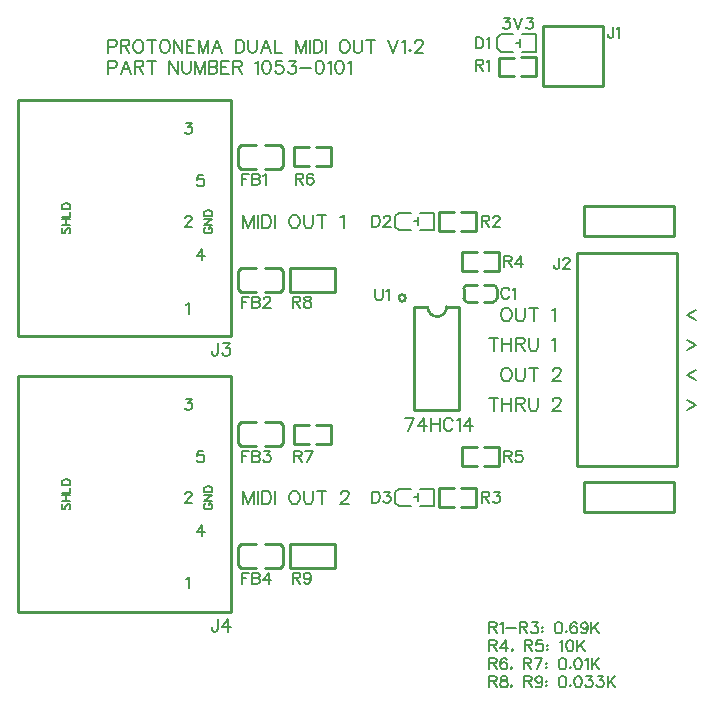
<source format=gto>
G04 Layer: TopSilkscreenLayer*
G04 Panelize: V-CUT, Column: 2, Row: 2, Board Size: 58.42mm x 58.42mm, Panelized Board Size: 118.84mm x 118.84mm*
G04 EasyEDA v6.5.32, 2023-07-30 20:53:33*
G04 c3515dc738d34e5298cd013e7790fecd,5a6b42c53f6a479593ecc07194224c93,10*
G04 Gerber Generator version 0.2*
G04 Scale: 100 percent, Rotated: No, Reflected: No *
G04 Dimensions in millimeters *
G04 leading zeros omitted , absolute positions ,4 integer and 5 decimal *
%FSLAX45Y45*%
%MOMM*%

%ADD10C,0.1524*%
%ADD11C,0.1520*%
%ADD12C,0.2540*%
%ADD13C,0.1500*%
%ADD14C,0.2286*%
%ADD15C,0.0148*%

%LPD*%
D10*
X762000Y5423915D02*
G01*
X762000Y5314950D01*
X762000Y5423915D02*
G01*
X808736Y5423915D01*
X824229Y5418836D01*
X829563Y5413502D01*
X834644Y5403087D01*
X834644Y5387594D01*
X829563Y5377179D01*
X824229Y5372100D01*
X808736Y5366765D01*
X762000Y5366765D01*
X910589Y5423915D02*
G01*
X868934Y5314950D01*
X910589Y5423915D02*
G01*
X952245Y5314950D01*
X884681Y5351271D02*
G01*
X936497Y5351271D01*
X986536Y5423915D02*
G01*
X986536Y5314950D01*
X986536Y5423915D02*
G01*
X1033271Y5423915D01*
X1048765Y5418836D01*
X1054100Y5413502D01*
X1059179Y5403087D01*
X1059179Y5392673D01*
X1054100Y5382260D01*
X1048765Y5377179D01*
X1033271Y5372100D01*
X986536Y5372100D01*
X1022857Y5372100D02*
G01*
X1059179Y5314950D01*
X1129792Y5423915D02*
G01*
X1129792Y5314950D01*
X1093470Y5423915D02*
G01*
X1166113Y5423915D01*
X1280413Y5423915D02*
G01*
X1280413Y5314950D01*
X1280413Y5423915D02*
G01*
X1353312Y5314950D01*
X1353312Y5423915D02*
G01*
X1353312Y5314950D01*
X1387602Y5423915D02*
G01*
X1387602Y5345937D01*
X1392681Y5330444D01*
X1403095Y5320029D01*
X1418589Y5314950D01*
X1429004Y5314950D01*
X1444752Y5320029D01*
X1455165Y5330444D01*
X1460245Y5345937D01*
X1460245Y5423915D01*
X1494536Y5423915D02*
G01*
X1494536Y5314950D01*
X1494536Y5423915D02*
G01*
X1536192Y5314950D01*
X1577594Y5423915D02*
G01*
X1536192Y5314950D01*
X1577594Y5423915D02*
G01*
X1577594Y5314950D01*
X1611884Y5423915D02*
G01*
X1611884Y5314950D01*
X1611884Y5423915D02*
G01*
X1658620Y5423915D01*
X1674368Y5418836D01*
X1679447Y5413502D01*
X1684781Y5403087D01*
X1684781Y5392673D01*
X1679447Y5382260D01*
X1674368Y5377179D01*
X1658620Y5372100D01*
X1611884Y5372100D02*
G01*
X1658620Y5372100D01*
X1674368Y5366765D01*
X1679447Y5361686D01*
X1684781Y5351271D01*
X1684781Y5335523D01*
X1679447Y5325110D01*
X1674368Y5320029D01*
X1658620Y5314950D01*
X1611884Y5314950D01*
X1719071Y5423915D02*
G01*
X1719071Y5314950D01*
X1719071Y5423915D02*
G01*
X1786636Y5423915D01*
X1719071Y5372100D02*
G01*
X1760473Y5372100D01*
X1719071Y5314950D02*
G01*
X1786636Y5314950D01*
X1820926Y5423915D02*
G01*
X1820926Y5314950D01*
X1820926Y5423915D02*
G01*
X1867662Y5423915D01*
X1883155Y5418836D01*
X1888489Y5413502D01*
X1893570Y5403087D01*
X1893570Y5392673D01*
X1888489Y5382260D01*
X1883155Y5377179D01*
X1867662Y5372100D01*
X1820926Y5372100D01*
X1857247Y5372100D02*
G01*
X1893570Y5314950D01*
X2007870Y5403087D02*
G01*
X2018284Y5408421D01*
X2033777Y5423915D01*
X2033777Y5314950D01*
X2099309Y5423915D02*
G01*
X2083815Y5418836D01*
X2073402Y5403087D01*
X2068068Y5377179D01*
X2068068Y5361686D01*
X2073402Y5335523D01*
X2083815Y5320029D01*
X2099309Y5314950D01*
X2109724Y5314950D01*
X2125218Y5320029D01*
X2135631Y5335523D01*
X2140965Y5361686D01*
X2140965Y5377179D01*
X2135631Y5403087D01*
X2125218Y5418836D01*
X2109724Y5423915D01*
X2099309Y5423915D01*
X2237486Y5423915D02*
G01*
X2185670Y5423915D01*
X2180336Y5377179D01*
X2185670Y5382260D01*
X2201163Y5387594D01*
X2216658Y5387594D01*
X2232406Y5382260D01*
X2242820Y5372100D01*
X2247900Y5356352D01*
X2247900Y5345937D01*
X2242820Y5330444D01*
X2232406Y5320029D01*
X2216658Y5314950D01*
X2201163Y5314950D01*
X2185670Y5320029D01*
X2180336Y5325110D01*
X2175256Y5335523D01*
X2292604Y5423915D02*
G01*
X2349754Y5423915D01*
X2318511Y5382260D01*
X2334259Y5382260D01*
X2344420Y5377179D01*
X2349754Y5372100D01*
X2354834Y5356352D01*
X2354834Y5345937D01*
X2349754Y5330444D01*
X2339340Y5320029D01*
X2323845Y5314950D01*
X2308097Y5314950D01*
X2292604Y5320029D01*
X2287270Y5325110D01*
X2282190Y5335523D01*
X2389124Y5361686D02*
G01*
X2482850Y5361686D01*
X2548127Y5423915D02*
G01*
X2532634Y5418836D01*
X2522220Y5403087D01*
X2517140Y5377179D01*
X2517140Y5361686D01*
X2522220Y5335523D01*
X2532634Y5320029D01*
X2548127Y5314950D01*
X2558541Y5314950D01*
X2574290Y5320029D01*
X2584450Y5335523D01*
X2589784Y5361686D01*
X2589784Y5377179D01*
X2584450Y5403087D01*
X2574290Y5418836D01*
X2558541Y5423915D01*
X2548127Y5423915D01*
X2624074Y5403087D02*
G01*
X2634488Y5408421D01*
X2649981Y5423915D01*
X2649981Y5314950D01*
X2715513Y5423915D02*
G01*
X2700020Y5418836D01*
X2689606Y5403087D01*
X2684272Y5377179D01*
X2684272Y5361686D01*
X2689606Y5335523D01*
X2700020Y5320029D01*
X2715513Y5314950D01*
X2725927Y5314950D01*
X2741422Y5320029D01*
X2751836Y5335523D01*
X2757170Y5361686D01*
X2757170Y5377179D01*
X2751836Y5403087D01*
X2741422Y5418836D01*
X2725927Y5423915D01*
X2715513Y5423915D01*
X2791459Y5403087D02*
G01*
X2801620Y5408421D01*
X2817368Y5423915D01*
X2817368Y5314950D01*
X762000Y5601715D02*
G01*
X762000Y5492750D01*
X762000Y5601715D02*
G01*
X808736Y5601715D01*
X824229Y5596636D01*
X829563Y5591302D01*
X834644Y5580887D01*
X834644Y5565394D01*
X829563Y5554979D01*
X824229Y5549900D01*
X808736Y5544565D01*
X762000Y5544565D01*
X868934Y5601715D02*
G01*
X868934Y5492750D01*
X868934Y5601715D02*
G01*
X915670Y5601715D01*
X931418Y5596636D01*
X936497Y5591302D01*
X941831Y5580887D01*
X941831Y5570473D01*
X936497Y5560060D01*
X931418Y5554979D01*
X915670Y5549900D01*
X868934Y5549900D01*
X905510Y5549900D02*
G01*
X941831Y5492750D01*
X1007110Y5601715D02*
G01*
X996950Y5596636D01*
X986536Y5586221D01*
X981202Y5575807D01*
X976121Y5560060D01*
X976121Y5534152D01*
X981202Y5518657D01*
X986536Y5508244D01*
X996950Y5497829D01*
X1007110Y5492750D01*
X1027937Y5492750D01*
X1038352Y5497829D01*
X1048765Y5508244D01*
X1054100Y5518657D01*
X1059179Y5534152D01*
X1059179Y5560060D01*
X1054100Y5575807D01*
X1048765Y5586221D01*
X1038352Y5596636D01*
X1027937Y5601715D01*
X1007110Y5601715D01*
X1129792Y5601715D02*
G01*
X1129792Y5492750D01*
X1093470Y5601715D02*
G01*
X1166113Y5601715D01*
X1231645Y5601715D02*
G01*
X1221231Y5596636D01*
X1210818Y5586221D01*
X1205737Y5575807D01*
X1200404Y5560060D01*
X1200404Y5534152D01*
X1205737Y5518657D01*
X1210818Y5508244D01*
X1221231Y5497829D01*
X1231645Y5492750D01*
X1252473Y5492750D01*
X1262887Y5497829D01*
X1273302Y5508244D01*
X1278381Y5518657D01*
X1283715Y5534152D01*
X1283715Y5560060D01*
X1278381Y5575807D01*
X1273302Y5586221D01*
X1262887Y5596636D01*
X1252473Y5601715D01*
X1231645Y5601715D01*
X1318005Y5601715D02*
G01*
X1318005Y5492750D01*
X1318005Y5601715D02*
G01*
X1390650Y5492750D01*
X1390650Y5601715D02*
G01*
X1390650Y5492750D01*
X1424939Y5601715D02*
G01*
X1424939Y5492750D01*
X1424939Y5601715D02*
G01*
X1492504Y5601715D01*
X1424939Y5549900D02*
G01*
X1466595Y5549900D01*
X1424939Y5492750D02*
G01*
X1492504Y5492750D01*
X1526794Y5601715D02*
G01*
X1526794Y5492750D01*
X1526794Y5601715D02*
G01*
X1568450Y5492750D01*
X1609852Y5601715D02*
G01*
X1568450Y5492750D01*
X1609852Y5601715D02*
G01*
X1609852Y5492750D01*
X1685797Y5601715D02*
G01*
X1644142Y5492750D01*
X1685797Y5601715D02*
G01*
X1727200Y5492750D01*
X1659889Y5529071D02*
G01*
X1711705Y5529071D01*
X1841500Y5601715D02*
G01*
X1841500Y5492750D01*
X1841500Y5601715D02*
G01*
X1878076Y5601715D01*
X1893570Y5596636D01*
X1903984Y5586221D01*
X1909063Y5575807D01*
X1914397Y5560060D01*
X1914397Y5534152D01*
X1909063Y5518657D01*
X1903984Y5508244D01*
X1893570Y5497829D01*
X1878076Y5492750D01*
X1841500Y5492750D01*
X1948688Y5601715D02*
G01*
X1948688Y5523737D01*
X1953768Y5508244D01*
X1964181Y5497829D01*
X1979929Y5492750D01*
X1990090Y5492750D01*
X2005838Y5497829D01*
X2016252Y5508244D01*
X2021331Y5523737D01*
X2021331Y5601715D01*
X2097277Y5601715D02*
G01*
X2055622Y5492750D01*
X2097277Y5601715D02*
G01*
X2138679Y5492750D01*
X2071370Y5529071D02*
G01*
X2123186Y5529071D01*
X2172970Y5601715D02*
G01*
X2172970Y5492750D01*
X2172970Y5492750D02*
G01*
X2235454Y5492750D01*
X2349754Y5601715D02*
G01*
X2349754Y5492750D01*
X2349754Y5601715D02*
G01*
X2391409Y5492750D01*
X2432811Y5601715D02*
G01*
X2391409Y5492750D01*
X2432811Y5601715D02*
G01*
X2432811Y5492750D01*
X2467102Y5601715D02*
G01*
X2467102Y5492750D01*
X2501391Y5601715D02*
G01*
X2501391Y5492750D01*
X2501391Y5601715D02*
G01*
X2537713Y5601715D01*
X2553461Y5596636D01*
X2563875Y5586221D01*
X2568956Y5575807D01*
X2574290Y5560060D01*
X2574290Y5534152D01*
X2568956Y5518657D01*
X2563875Y5508244D01*
X2553461Y5497829D01*
X2537713Y5492750D01*
X2501391Y5492750D01*
X2608579Y5601715D02*
G01*
X2608579Y5492750D01*
X2753868Y5601715D02*
G01*
X2743454Y5596636D01*
X2733040Y5586221D01*
X2727959Y5575807D01*
X2722879Y5560060D01*
X2722879Y5534152D01*
X2727959Y5518657D01*
X2733040Y5508244D01*
X2743454Y5497829D01*
X2753868Y5492750D01*
X2774695Y5492750D01*
X2785109Y5497829D01*
X2795524Y5508244D01*
X2800604Y5518657D01*
X2805938Y5534152D01*
X2805938Y5560060D01*
X2800604Y5575807D01*
X2795524Y5586221D01*
X2785109Y5596636D01*
X2774695Y5601715D01*
X2753868Y5601715D01*
X2840227Y5601715D02*
G01*
X2840227Y5523737D01*
X2845308Y5508244D01*
X2855722Y5497829D01*
X2871470Y5492750D01*
X2881629Y5492750D01*
X2897377Y5497829D01*
X2907791Y5508244D01*
X2912872Y5523737D01*
X2912872Y5601715D01*
X2983484Y5601715D02*
G01*
X2983484Y5492750D01*
X2947161Y5601715D02*
G01*
X3020059Y5601715D01*
X3134359Y5601715D02*
G01*
X3175761Y5492750D01*
X3217418Y5601715D02*
G01*
X3175761Y5492750D01*
X3251708Y5580887D02*
G01*
X3262122Y5586221D01*
X3277615Y5601715D01*
X3277615Y5492750D01*
X3317240Y5518657D02*
G01*
X3311906Y5513323D01*
X3317240Y5508244D01*
X3322320Y5513323D01*
X3317240Y5518657D01*
X3361690Y5575807D02*
G01*
X3361690Y5580887D01*
X3367024Y5591302D01*
X3372104Y5596636D01*
X3382518Y5601715D01*
X3403345Y5601715D01*
X3413759Y5596636D01*
X3418840Y5591302D01*
X3424174Y5580887D01*
X3424174Y5570473D01*
X3418840Y5560060D01*
X3408679Y5544565D01*
X3356609Y5492750D01*
X3429254Y5492750D01*
X4122158Y2826252D02*
G01*
X4111236Y2820664D01*
X4100314Y2809742D01*
X4094726Y2798820D01*
X4089392Y2782564D01*
X4089392Y2755386D01*
X4094726Y2738876D01*
X4100314Y2727954D01*
X4111236Y2717032D01*
X4122158Y2711698D01*
X4144002Y2711698D01*
X4154924Y2717032D01*
X4165846Y2727954D01*
X4171180Y2738876D01*
X4176768Y2755386D01*
X4176768Y2782564D01*
X4171180Y2798820D01*
X4165846Y2809742D01*
X4154924Y2820664D01*
X4144002Y2826252D01*
X4122158Y2826252D01*
X4212582Y2826252D02*
G01*
X4212582Y2744464D01*
X4218170Y2727954D01*
X4229092Y2717032D01*
X4245348Y2711698D01*
X4256270Y2711698D01*
X4272780Y2717032D01*
X4283448Y2727954D01*
X4289036Y2744464D01*
X4289036Y2826252D01*
X4363204Y2826252D02*
G01*
X4363204Y2711698D01*
X4325104Y2826252D02*
G01*
X4401304Y2826252D01*
X4526780Y2798820D02*
G01*
X4526780Y2804408D01*
X4532368Y2815330D01*
X4537702Y2820664D01*
X4548624Y2826252D01*
X4570468Y2826252D01*
X4581390Y2820664D01*
X4586724Y2815330D01*
X4592312Y2804408D01*
X4592312Y2793486D01*
X4586724Y2782564D01*
X4576056Y2766308D01*
X4521446Y2711698D01*
X4597646Y2711698D01*
X4025892Y3080252D02*
G01*
X4025892Y2965698D01*
X3987792Y3080252D02*
G01*
X4064246Y3080252D01*
X4100060Y3080252D02*
G01*
X4100060Y2965698D01*
X4176514Y3080252D02*
G01*
X4176514Y2965698D01*
X4100060Y3025642D02*
G01*
X4176514Y3025642D01*
X4212582Y3080252D02*
G01*
X4212582Y2965698D01*
X4212582Y3080252D02*
G01*
X4261604Y3080252D01*
X4277860Y3074664D01*
X4283448Y3069330D01*
X4288782Y3058408D01*
X4288782Y3047486D01*
X4283448Y3036564D01*
X4277860Y3030976D01*
X4261604Y3025642D01*
X4212582Y3025642D01*
X4250682Y3025642D02*
G01*
X4288782Y2965698D01*
X4324850Y3080252D02*
G01*
X4324850Y2998464D01*
X4330438Y2981954D01*
X4341360Y2971032D01*
X4357616Y2965698D01*
X4368538Y2965698D01*
X4384794Y2971032D01*
X4395716Y2981954D01*
X4401304Y2998464D01*
X4401304Y3080252D01*
X4521192Y3058408D02*
G01*
X4532114Y3063742D01*
X4548624Y3080252D01*
X4548624Y2965698D01*
X4025900Y2572257D02*
G01*
X4025900Y2457704D01*
X3987800Y2572257D02*
G01*
X4064254Y2572257D01*
X4100068Y2572257D02*
G01*
X4100068Y2457704D01*
X4176522Y2572257D02*
G01*
X4176522Y2457704D01*
X4100068Y2517647D02*
G01*
X4176522Y2517647D01*
X4212590Y2572257D02*
G01*
X4212590Y2457704D01*
X4212590Y2572257D02*
G01*
X4261611Y2572257D01*
X4277868Y2566670D01*
X4283456Y2561336D01*
X4288790Y2550413D01*
X4288790Y2539492D01*
X4283456Y2528570D01*
X4277868Y2522981D01*
X4261611Y2517647D01*
X4212590Y2517647D01*
X4250690Y2517647D02*
G01*
X4288790Y2457704D01*
X4324858Y2572257D02*
G01*
X4324858Y2490470D01*
X4330445Y2473960D01*
X4341368Y2463037D01*
X4357624Y2457704D01*
X4368545Y2457704D01*
X4384802Y2463037D01*
X4395724Y2473960D01*
X4401311Y2490470D01*
X4401311Y2572257D01*
X4526788Y2544826D02*
G01*
X4526788Y2550413D01*
X4532122Y2561336D01*
X4537709Y2566670D01*
X4548631Y2572257D01*
X4570222Y2572257D01*
X4581143Y2566670D01*
X4586731Y2561336D01*
X4592065Y2550413D01*
X4592065Y2539492D01*
X4586731Y2528570D01*
X4575809Y2512313D01*
X4521200Y2457704D01*
X4597654Y2457704D01*
X4122158Y3334250D02*
G01*
X4111236Y3328662D01*
X4100314Y3317740D01*
X4094726Y3306818D01*
X4089392Y3290562D01*
X4089392Y3263384D01*
X4094726Y3246874D01*
X4100314Y3235952D01*
X4111236Y3225030D01*
X4122158Y3219696D01*
X4144002Y3219696D01*
X4154924Y3225030D01*
X4165846Y3235952D01*
X4171180Y3246874D01*
X4176768Y3263384D01*
X4176768Y3290562D01*
X4171180Y3306818D01*
X4165846Y3317740D01*
X4154924Y3328662D01*
X4144002Y3334250D01*
X4122158Y3334250D01*
X4212582Y3334250D02*
G01*
X4212582Y3252462D01*
X4218170Y3235952D01*
X4229092Y3225030D01*
X4245348Y3219696D01*
X4256270Y3219696D01*
X4272780Y3225030D01*
X4283448Y3235952D01*
X4289036Y3252462D01*
X4289036Y3334250D01*
X4363204Y3334250D02*
G01*
X4363204Y3219696D01*
X4325104Y3334250D02*
G01*
X4401304Y3334250D01*
X4521446Y3312406D02*
G01*
X4532368Y3317740D01*
X4548624Y3334250D01*
X4548624Y3219696D01*
X4579355Y3758455D02*
G01*
X4579355Y3685811D01*
X4574783Y3672095D01*
X4570211Y3667523D01*
X4561067Y3662951D01*
X4552177Y3662951D01*
X4543033Y3667523D01*
X4538461Y3672095D01*
X4533889Y3685811D01*
X4533889Y3694955D01*
X4613899Y3735849D02*
G01*
X4613899Y3740421D01*
X4618471Y3749311D01*
X4623043Y3753883D01*
X4632187Y3758455D01*
X4650221Y3758455D01*
X4659365Y3753883D01*
X4663937Y3749311D01*
X4668509Y3740421D01*
X4668509Y3731277D01*
X4663937Y3722133D01*
X4654793Y3708417D01*
X4609327Y3662951D01*
X4673081Y3662951D01*
X4111243Y5790437D02*
G01*
X4161281Y5790437D01*
X4133850Y5754115D01*
X4147565Y5754115D01*
X4156709Y5749544D01*
X4161281Y5744971D01*
X4165854Y5731510D01*
X4165854Y5722365D01*
X4161281Y5708650D01*
X4152138Y5699505D01*
X4138422Y5694934D01*
X4124706Y5694934D01*
X4111243Y5699505D01*
X4106672Y5704078D01*
X4102100Y5713221D01*
X4195825Y5790437D02*
G01*
X4232147Y5694934D01*
X4268470Y5790437D02*
G01*
X4232147Y5694934D01*
X4307586Y5790437D02*
G01*
X4357624Y5790437D01*
X4330191Y5754115D01*
X4343908Y5754115D01*
X4353052Y5749544D01*
X4357624Y5744971D01*
X4362195Y5731510D01*
X4362195Y5722365D01*
X4357624Y5708650D01*
X4348479Y5699505D01*
X4334763Y5694934D01*
X4321302Y5694934D01*
X4307586Y5699505D01*
X4303013Y5704078D01*
X4298441Y5713221D01*
D11*
X3349236Y2401310D02*
G01*
X3297420Y2292344D01*
X3276592Y2401310D02*
G01*
X3349236Y2401310D01*
X3435596Y2401310D02*
G01*
X3383526Y2328666D01*
X3461504Y2328666D01*
X3435596Y2401310D02*
G01*
X3435596Y2292344D01*
X3495794Y2401310D02*
G01*
X3495794Y2292344D01*
X3568692Y2401310D02*
G01*
X3568692Y2292344D01*
X3495794Y2349494D02*
G01*
X3568692Y2349494D01*
X3680706Y2375402D02*
G01*
X3675626Y2385816D01*
X3665212Y2396230D01*
X3654798Y2401310D01*
X3633970Y2401310D01*
X3623556Y2396230D01*
X3613142Y2385816D01*
X3608062Y2375402D01*
X3602982Y2359654D01*
X3602982Y2333746D01*
X3608062Y2318252D01*
X3613142Y2307838D01*
X3623556Y2297424D01*
X3633970Y2292344D01*
X3654798Y2292344D01*
X3665212Y2297424D01*
X3675626Y2307838D01*
X3680706Y2318252D01*
X3714996Y2380482D02*
G01*
X3725410Y2385816D01*
X3741158Y2401310D01*
X3741158Y2292344D01*
X3827264Y2401310D02*
G01*
X3775448Y2328666D01*
X3853172Y2328666D01*
X3827264Y2401310D02*
G01*
X3827264Y2292344D01*
D10*
X1905000Y4121657D02*
G01*
X1905000Y4007104D01*
X1905000Y4121657D02*
G01*
X1948688Y4007104D01*
X1992375Y4121657D02*
G01*
X1948688Y4007104D01*
X1992375Y4121657D02*
G01*
X1992375Y4007104D01*
X2028190Y4121657D02*
G01*
X2028190Y4007104D01*
X2064258Y4121657D02*
G01*
X2064258Y4007104D01*
X2064258Y4121657D02*
G01*
X2102358Y4121657D01*
X2118868Y4116070D01*
X2129790Y4105147D01*
X2135124Y4094226D01*
X2140711Y4077970D01*
X2140711Y4050792D01*
X2135124Y4034281D01*
X2129790Y4023360D01*
X2118868Y4012437D01*
X2102358Y4007104D01*
X2064258Y4007104D01*
X2176525Y4121657D02*
G01*
X2176525Y4007104D01*
X2329434Y4121657D02*
G01*
X2318511Y4116070D01*
X2307590Y4105147D01*
X2302002Y4094226D01*
X2296668Y4077970D01*
X2296668Y4050792D01*
X2302002Y4034281D01*
X2307590Y4023360D01*
X2318511Y4012437D01*
X2329434Y4007104D01*
X2351277Y4007104D01*
X2362200Y4012437D01*
X2373122Y4023360D01*
X2378456Y4034281D01*
X2383790Y4050792D01*
X2383790Y4077970D01*
X2378456Y4094226D01*
X2373122Y4105147D01*
X2362200Y4116070D01*
X2351277Y4121657D01*
X2329434Y4121657D01*
X2419858Y4121657D02*
G01*
X2419858Y4039870D01*
X2425445Y4023360D01*
X2436368Y4012437D01*
X2452624Y4007104D01*
X2463545Y4007104D01*
X2479802Y4012437D01*
X2490724Y4023360D01*
X2496311Y4039870D01*
X2496311Y4121657D01*
X2570479Y4121657D02*
G01*
X2570479Y4007104D01*
X2532379Y4121657D02*
G01*
X2608579Y4121657D01*
X2728722Y4099813D02*
G01*
X2739643Y4105147D01*
X2755900Y4121657D01*
X2755900Y4007104D01*
X1905000Y1784857D02*
G01*
X1905000Y1670304D01*
X1905000Y1784857D02*
G01*
X1948688Y1670304D01*
X1992375Y1784857D02*
G01*
X1948688Y1670304D01*
X1992375Y1784857D02*
G01*
X1992375Y1670304D01*
X2028190Y1784857D02*
G01*
X2028190Y1670304D01*
X2064258Y1784857D02*
G01*
X2064258Y1670304D01*
X2064258Y1784857D02*
G01*
X2102358Y1784857D01*
X2118868Y1779270D01*
X2129790Y1768347D01*
X2135124Y1757426D01*
X2140711Y1741170D01*
X2140711Y1713992D01*
X2135124Y1697481D01*
X2129790Y1686560D01*
X2118868Y1675637D01*
X2102358Y1670304D01*
X2064258Y1670304D01*
X2176525Y1784857D02*
G01*
X2176525Y1670304D01*
X2329434Y1784857D02*
G01*
X2318511Y1779270D01*
X2307590Y1768347D01*
X2302002Y1757426D01*
X2296668Y1741170D01*
X2296668Y1713992D01*
X2302002Y1697481D01*
X2307590Y1686560D01*
X2318511Y1675637D01*
X2329434Y1670304D01*
X2351277Y1670304D01*
X2362200Y1675637D01*
X2373122Y1686560D01*
X2378456Y1697481D01*
X2383790Y1713992D01*
X2383790Y1741170D01*
X2378456Y1757426D01*
X2373122Y1768347D01*
X2362200Y1779270D01*
X2351277Y1784857D01*
X2329434Y1784857D01*
X2419858Y1784857D02*
G01*
X2419858Y1703070D01*
X2425445Y1686560D01*
X2436368Y1675637D01*
X2452624Y1670304D01*
X2463545Y1670304D01*
X2479802Y1675637D01*
X2490724Y1686560D01*
X2496311Y1703070D01*
X2496311Y1784857D01*
X2570479Y1784857D02*
G01*
X2570479Y1670304D01*
X2532379Y1784857D02*
G01*
X2608579Y1784857D01*
X2734056Y1757426D02*
G01*
X2734056Y1763013D01*
X2739643Y1773936D01*
X2744977Y1779270D01*
X2755900Y1784857D01*
X2777743Y1784857D01*
X2788665Y1779270D01*
X2794000Y1773936D01*
X2799588Y1763013D01*
X2799588Y1752092D01*
X2794000Y1741170D01*
X2783077Y1724913D01*
X2728722Y1670304D01*
X2804922Y1670304D01*
X5664200Y2551176D02*
G01*
X5736843Y2510281D01*
X5664200Y2469134D01*
X5736843Y2805176D02*
G01*
X5664200Y2764281D01*
X5736843Y2723134D01*
X5664200Y3059176D02*
G01*
X5736843Y3018281D01*
X5664200Y2977134D01*
X5736843Y3313176D02*
G01*
X5664200Y3272281D01*
X5736843Y3231134D01*
X5036565Y5714237D02*
G01*
X5036565Y5641594D01*
X5031993Y5627878D01*
X5027422Y5623305D01*
X5018277Y5618734D01*
X5009388Y5618734D01*
X5000243Y5623305D01*
X4995672Y5627878D01*
X4991100Y5641594D01*
X4991100Y5650737D01*
X5066538Y5696204D02*
G01*
X5075681Y5700776D01*
X5089397Y5714237D01*
X5089397Y5618734D01*
X3987800Y672337D02*
G01*
X3987800Y576834D01*
X3987800Y672337D02*
G01*
X4028693Y672337D01*
X4042409Y667765D01*
X4046981Y663194D01*
X4051554Y654304D01*
X4051554Y645160D01*
X4046981Y636015D01*
X4042409Y631444D01*
X4028693Y626871D01*
X3987800Y626871D01*
X4019550Y626871D02*
G01*
X4051554Y576834D01*
X4081525Y654304D02*
G01*
X4090415Y658876D01*
X4104131Y672337D01*
X4104131Y576834D01*
X4134104Y617981D02*
G01*
X4215891Y617981D01*
X4245863Y672337D02*
G01*
X4245863Y576834D01*
X4245863Y672337D02*
G01*
X4286758Y672337D01*
X4300474Y667765D01*
X4305045Y663194D01*
X4309618Y654304D01*
X4309618Y645160D01*
X4305045Y636015D01*
X4300474Y631444D01*
X4286758Y626871D01*
X4245863Y626871D01*
X4277868Y626871D02*
G01*
X4309618Y576834D01*
X4348734Y672337D02*
G01*
X4398772Y672337D01*
X4371340Y636015D01*
X4385056Y636015D01*
X4394200Y631444D01*
X4398772Y626871D01*
X4403343Y613410D01*
X4403343Y604265D01*
X4398772Y590550D01*
X4389627Y581405D01*
X4375911Y576834D01*
X4362450Y576834D01*
X4348734Y581405D01*
X4344161Y585978D01*
X4339590Y595121D01*
X4437888Y631444D02*
G01*
X4433315Y626871D01*
X4437888Y622300D01*
X4442459Y626871D01*
X4437888Y631444D01*
X4437888Y599694D02*
G01*
X4433315Y595121D01*
X4437888Y590550D01*
X4442459Y595121D01*
X4437888Y599694D01*
X4569713Y672337D02*
G01*
X4555997Y667765D01*
X4546854Y654304D01*
X4542281Y631444D01*
X4542281Y617981D01*
X4546854Y595121D01*
X4555997Y581405D01*
X4569713Y576834D01*
X4578604Y576834D01*
X4592320Y581405D01*
X4601463Y595121D01*
X4606036Y617981D01*
X4606036Y631444D01*
X4601463Y654304D01*
X4592320Y667765D01*
X4578604Y672337D01*
X4569713Y672337D01*
X4640579Y599694D02*
G01*
X4636008Y595121D01*
X4640579Y590550D01*
X4645152Y595121D01*
X4640579Y599694D01*
X4729734Y658876D02*
G01*
X4725161Y667765D01*
X4711445Y672337D01*
X4702302Y672337D01*
X4688586Y667765D01*
X4679695Y654304D01*
X4675124Y631444D01*
X4675124Y608837D01*
X4679695Y590550D01*
X4688586Y581405D01*
X4702302Y576834D01*
X4706874Y576834D01*
X4720590Y581405D01*
X4729734Y590550D01*
X4734052Y604265D01*
X4734052Y608837D01*
X4729734Y622300D01*
X4720590Y631444D01*
X4706874Y636015D01*
X4702302Y636015D01*
X4688586Y631444D01*
X4679695Y622300D01*
X4675124Y608837D01*
X4823206Y640587D02*
G01*
X4818634Y626871D01*
X4809490Y617981D01*
X4796027Y613410D01*
X4791456Y613410D01*
X4777740Y617981D01*
X4768595Y626871D01*
X4764277Y640587D01*
X4764277Y645160D01*
X4768595Y658876D01*
X4777740Y667765D01*
X4791456Y672337D01*
X4796027Y672337D01*
X4809490Y667765D01*
X4818634Y658876D01*
X4823206Y640587D01*
X4823206Y617981D01*
X4818634Y595121D01*
X4809490Y581405D01*
X4796027Y576834D01*
X4786884Y576834D01*
X4773168Y581405D01*
X4768595Y590550D01*
X4853177Y672337D02*
G01*
X4853177Y576834D01*
X4916931Y672337D02*
G01*
X4853177Y608837D01*
X4876038Y631444D02*
G01*
X4916931Y576834D01*
X3987797Y519937D02*
G01*
X3987797Y424434D01*
X3987797Y519937D02*
G01*
X4028691Y519937D01*
X4042407Y515365D01*
X4046979Y510794D01*
X4051551Y501904D01*
X4051551Y492760D01*
X4046979Y483615D01*
X4042407Y479044D01*
X4028691Y474471D01*
X3987797Y474471D01*
X4019547Y474471D02*
G01*
X4051551Y424434D01*
X4126989Y519937D02*
G01*
X4081523Y456437D01*
X4149595Y456437D01*
X4126989Y519937D02*
G01*
X4126989Y424434D01*
X4188711Y442721D02*
G01*
X4184139Y438150D01*
X4179567Y442721D01*
X4184139Y447294D01*
X4188711Y442721D01*
X4188711Y433578D01*
X4179567Y424434D01*
X4288787Y519937D02*
G01*
X4288787Y424434D01*
X4288787Y519937D02*
G01*
X4329681Y519937D01*
X4343143Y515365D01*
X4347715Y510794D01*
X4352287Y501904D01*
X4352287Y492760D01*
X4347715Y483615D01*
X4343143Y479044D01*
X4329681Y474471D01*
X4288787Y474471D01*
X4320537Y474471D02*
G01*
X4352287Y424434D01*
X4436869Y519937D02*
G01*
X4391403Y519937D01*
X4386831Y479044D01*
X4391403Y483615D01*
X4405119Y488187D01*
X4418581Y488187D01*
X4432297Y483615D01*
X4441441Y474471D01*
X4446013Y461010D01*
X4446013Y451865D01*
X4441441Y438150D01*
X4432297Y429005D01*
X4418581Y424434D01*
X4405119Y424434D01*
X4391403Y429005D01*
X4386831Y433578D01*
X4382259Y442721D01*
X4480557Y479044D02*
G01*
X4475985Y474471D01*
X4480557Y469900D01*
X4485129Y474471D01*
X4480557Y479044D01*
X4480557Y447294D02*
G01*
X4475985Y442721D01*
X4480557Y438150D01*
X4485129Y442721D01*
X4480557Y447294D01*
X4584951Y501904D02*
G01*
X4594095Y506476D01*
X4607811Y519937D01*
X4607811Y424434D01*
X4664961Y519937D02*
G01*
X4651499Y515365D01*
X4642355Y501904D01*
X4637783Y479044D01*
X4637783Y465581D01*
X4642355Y442721D01*
X4651499Y429005D01*
X4664961Y424434D01*
X4674105Y424434D01*
X4687821Y429005D01*
X4696965Y442721D01*
X4701537Y465581D01*
X4701537Y479044D01*
X4696965Y501904D01*
X4687821Y515365D01*
X4674105Y519937D01*
X4664961Y519937D01*
X4731509Y519937D02*
G01*
X4731509Y424434D01*
X4795009Y519937D02*
G01*
X4731509Y456437D01*
X4754115Y479044D02*
G01*
X4795009Y424434D01*
X3987797Y367537D02*
G01*
X3987797Y272034D01*
X3987797Y367537D02*
G01*
X4028691Y367537D01*
X4042407Y362965D01*
X4046979Y358394D01*
X4051551Y349504D01*
X4051551Y340360D01*
X4046979Y331215D01*
X4042407Y326644D01*
X4028691Y322071D01*
X3987797Y322071D01*
X4019547Y322071D02*
G01*
X4051551Y272034D01*
X4135879Y354076D02*
G01*
X4131307Y362965D01*
X4117845Y367537D01*
X4108701Y367537D01*
X4094985Y362965D01*
X4086095Y349504D01*
X4081523Y326644D01*
X4081523Y304037D01*
X4086095Y285750D01*
X4094985Y276605D01*
X4108701Y272034D01*
X4113273Y272034D01*
X4126989Y276605D01*
X4135879Y285750D01*
X4140451Y299465D01*
X4140451Y304037D01*
X4135879Y317500D01*
X4126989Y326644D01*
X4113273Y331215D01*
X4108701Y331215D01*
X4094985Y326644D01*
X4086095Y317500D01*
X4081523Y304037D01*
X4179567Y290321D02*
G01*
X4174995Y285750D01*
X4170423Y290321D01*
X4174995Y294894D01*
X4179567Y290321D01*
X4179567Y281178D01*
X4170423Y272034D01*
X4279643Y367537D02*
G01*
X4279643Y272034D01*
X4279643Y367537D02*
G01*
X4320537Y367537D01*
X4334253Y362965D01*
X4338825Y358394D01*
X4343143Y349504D01*
X4343143Y340360D01*
X4338825Y331215D01*
X4334253Y326644D01*
X4320537Y322071D01*
X4279643Y322071D01*
X4311393Y322071D02*
G01*
X4343143Y272034D01*
X4436869Y367537D02*
G01*
X4391403Y272034D01*
X4373369Y367537D02*
G01*
X4436869Y367537D01*
X4471413Y326644D02*
G01*
X4466841Y322071D01*
X4471413Y317500D01*
X4475985Y322071D01*
X4471413Y326644D01*
X4471413Y294894D02*
G01*
X4466841Y290321D01*
X4471413Y285750D01*
X4475985Y290321D01*
X4471413Y294894D01*
X4603239Y367537D02*
G01*
X4589523Y362965D01*
X4580633Y349504D01*
X4576061Y326644D01*
X4576061Y313181D01*
X4580633Y290321D01*
X4589523Y276605D01*
X4603239Y272034D01*
X4612383Y272034D01*
X4626099Y276605D01*
X4634989Y290321D01*
X4639561Y313181D01*
X4639561Y326644D01*
X4634989Y349504D01*
X4626099Y362965D01*
X4612383Y367537D01*
X4603239Y367537D01*
X4674105Y294894D02*
G01*
X4669533Y290321D01*
X4674105Y285750D01*
X4678677Y290321D01*
X4674105Y294894D01*
X4736081Y367537D02*
G01*
X4722365Y362965D01*
X4713221Y349504D01*
X4708649Y326644D01*
X4708649Y313181D01*
X4713221Y290321D01*
X4722365Y276605D01*
X4736081Y272034D01*
X4744971Y272034D01*
X4758687Y276605D01*
X4767831Y290321D01*
X4772403Y313181D01*
X4772403Y326644D01*
X4767831Y349504D01*
X4758687Y362965D01*
X4744971Y367537D01*
X4736081Y367537D01*
X4802375Y349504D02*
G01*
X4811519Y354076D01*
X4824981Y367537D01*
X4824981Y272034D01*
X4854953Y367537D02*
G01*
X4854953Y272034D01*
X4918707Y367537D02*
G01*
X4854953Y304037D01*
X4877813Y326644D02*
G01*
X4918707Y272034D01*
X3987797Y215137D02*
G01*
X3987797Y119634D01*
X3987797Y215137D02*
G01*
X4028691Y215137D01*
X4042407Y210565D01*
X4046979Y205994D01*
X4051551Y197104D01*
X4051551Y187960D01*
X4046979Y178815D01*
X4042407Y174244D01*
X4028691Y169671D01*
X3987797Y169671D01*
X4019547Y169671D02*
G01*
X4051551Y119634D01*
X4104129Y215137D02*
G01*
X4090413Y210565D01*
X4086095Y201676D01*
X4086095Y192531D01*
X4090413Y183387D01*
X4099557Y178815D01*
X4117845Y174244D01*
X4131307Y169671D01*
X4140451Y160781D01*
X4145023Y151637D01*
X4145023Y137921D01*
X4140451Y128778D01*
X4135879Y124205D01*
X4122417Y119634D01*
X4104129Y119634D01*
X4090413Y124205D01*
X4086095Y128778D01*
X4081523Y137921D01*
X4081523Y151637D01*
X4086095Y160781D01*
X4094985Y169671D01*
X4108701Y174244D01*
X4126989Y178815D01*
X4135879Y183387D01*
X4140451Y192531D01*
X4140451Y201676D01*
X4135879Y210565D01*
X4122417Y215137D01*
X4104129Y215137D01*
X4184139Y137921D02*
G01*
X4179567Y133350D01*
X4174995Y137921D01*
X4179567Y142494D01*
X4184139Y137921D01*
X4184139Y128778D01*
X4174995Y119634D01*
X4284215Y215137D02*
G01*
X4284215Y119634D01*
X4284215Y215137D02*
G01*
X4325109Y215137D01*
X4338825Y210565D01*
X4343143Y205994D01*
X4347715Y197104D01*
X4347715Y187960D01*
X4343143Y178815D01*
X4338825Y174244D01*
X4325109Y169671D01*
X4284215Y169671D01*
X4315965Y169671D02*
G01*
X4347715Y119634D01*
X4436869Y183387D02*
G01*
X4432297Y169671D01*
X4423153Y160781D01*
X4409691Y156210D01*
X4405119Y156210D01*
X4391403Y160781D01*
X4382259Y169671D01*
X4377687Y183387D01*
X4377687Y187960D01*
X4382259Y201676D01*
X4391403Y210565D01*
X4405119Y215137D01*
X4409691Y215137D01*
X4423153Y210565D01*
X4432297Y201676D01*
X4436869Y183387D01*
X4436869Y160781D01*
X4432297Y137921D01*
X4423153Y124205D01*
X4409691Y119634D01*
X4400547Y119634D01*
X4386831Y124205D01*
X4382259Y133350D01*
X4471413Y174244D02*
G01*
X4466841Y169671D01*
X4471413Y165100D01*
X4475985Y169671D01*
X4471413Y174244D01*
X4471413Y142494D02*
G01*
X4466841Y137921D01*
X4471413Y133350D01*
X4475985Y137921D01*
X4471413Y142494D01*
X4603239Y215137D02*
G01*
X4589523Y210565D01*
X4580633Y197104D01*
X4576061Y174244D01*
X4576061Y160781D01*
X4580633Y137921D01*
X4589523Y124205D01*
X4603239Y119634D01*
X4612383Y119634D01*
X4626099Y124205D01*
X4634989Y137921D01*
X4639561Y160781D01*
X4639561Y174244D01*
X4634989Y197104D01*
X4626099Y210565D01*
X4612383Y215137D01*
X4603239Y215137D01*
X4674105Y142494D02*
G01*
X4669533Y137921D01*
X4674105Y133350D01*
X4678677Y137921D01*
X4674105Y142494D01*
X4736081Y215137D02*
G01*
X4722365Y210565D01*
X4713221Y197104D01*
X4708649Y174244D01*
X4708649Y160781D01*
X4713221Y137921D01*
X4722365Y124205D01*
X4736081Y119634D01*
X4744971Y119634D01*
X4758687Y124205D01*
X4767831Y137921D01*
X4772403Y160781D01*
X4772403Y174244D01*
X4767831Y197104D01*
X4758687Y210565D01*
X4744971Y215137D01*
X4736081Y215137D01*
X4811519Y215137D02*
G01*
X4861303Y215137D01*
X4834125Y178815D01*
X4847841Y178815D01*
X4856985Y174244D01*
X4861303Y169671D01*
X4865875Y156210D01*
X4865875Y147065D01*
X4861303Y133350D01*
X4852413Y124205D01*
X4838697Y119634D01*
X4824981Y119634D01*
X4811519Y124205D01*
X4806947Y128778D01*
X4802375Y137921D01*
X4904991Y215137D02*
G01*
X4955029Y215137D01*
X4927851Y178815D01*
X4941313Y178815D01*
X4950457Y174244D01*
X4955029Y169671D01*
X4959601Y156210D01*
X4959601Y147065D01*
X4955029Y133350D01*
X4945885Y124205D01*
X4932423Y119634D01*
X4918707Y119634D01*
X4904991Y124205D01*
X4900419Y128778D01*
X4895847Y137921D01*
X4989573Y215137D02*
G01*
X4989573Y119634D01*
X5053327Y215137D02*
G01*
X4989573Y151637D01*
X5012433Y174244D02*
G01*
X5053327Y119634D01*
X4114800Y2120137D02*
G01*
X4114800Y2024634D01*
X4114800Y2120137D02*
G01*
X4155693Y2120137D01*
X4169409Y2115565D01*
X4173981Y2110994D01*
X4178554Y2102104D01*
X4178554Y2092960D01*
X4173981Y2083815D01*
X4169409Y2079244D01*
X4155693Y2074671D01*
X4114800Y2074671D01*
X4146550Y2074671D02*
G01*
X4178554Y2024634D01*
X4262881Y2120137D02*
G01*
X4217415Y2120137D01*
X4213097Y2079244D01*
X4217415Y2083815D01*
X4231131Y2088387D01*
X4244847Y2088387D01*
X4258309Y2083815D01*
X4267454Y2074671D01*
X4272025Y2061210D01*
X4272025Y2052065D01*
X4267454Y2038350D01*
X4258309Y2029205D01*
X4244847Y2024634D01*
X4231131Y2024634D01*
X4217415Y2029205D01*
X4213097Y2033778D01*
X4208525Y2042921D01*
X4114800Y3771137D02*
G01*
X4114800Y3675634D01*
X4114800Y3771137D02*
G01*
X4155693Y3771137D01*
X4169409Y3766565D01*
X4173981Y3761994D01*
X4178554Y3753104D01*
X4178554Y3743960D01*
X4173981Y3734815D01*
X4169409Y3730244D01*
X4155693Y3725671D01*
X4114800Y3725671D01*
X4146550Y3725671D02*
G01*
X4178554Y3675634D01*
X4253991Y3771137D02*
G01*
X4208525Y3707637D01*
X4276597Y3707637D01*
X4253991Y3771137D02*
G01*
X4253991Y3675634D01*
X3873500Y5434837D02*
G01*
X3873500Y5339334D01*
X3873500Y5434837D02*
G01*
X3914393Y5434837D01*
X3928109Y5430265D01*
X3932681Y5425694D01*
X3937254Y5416804D01*
X3937254Y5407660D01*
X3932681Y5398515D01*
X3928109Y5393944D01*
X3914393Y5389371D01*
X3873500Y5389371D01*
X3905250Y5389371D02*
G01*
X3937254Y5339334D01*
X3967225Y5416804D02*
G01*
X3976115Y5421376D01*
X3989831Y5434837D01*
X3989831Y5339334D01*
X3873500Y5625337D02*
G01*
X3873500Y5529834D01*
X3873500Y5625337D02*
G01*
X3905250Y5625337D01*
X3918965Y5620765D01*
X3928109Y5611876D01*
X3932681Y5602731D01*
X3937254Y5589015D01*
X3937254Y5566410D01*
X3932681Y5552694D01*
X3928109Y5543550D01*
X3918965Y5534405D01*
X3905250Y5529834D01*
X3873500Y5529834D01*
X3967225Y5607304D02*
G01*
X3976115Y5611876D01*
X3989831Y5625337D01*
X3989831Y5529834D01*
X1422412Y1035301D02*
G01*
X1431559Y1039873D01*
X1445021Y1053335D01*
X1445021Y957831D01*
X1414264Y1754629D02*
G01*
X1414264Y1759201D01*
X1418836Y1768091D01*
X1423405Y1772663D01*
X1432298Y1777235D01*
X1450586Y1777235D01*
X1459730Y1772663D01*
X1464302Y1768091D01*
X1468871Y1759201D01*
X1468871Y1750057D01*
X1464302Y1740913D01*
X1455155Y1727197D01*
X1409689Y1681731D01*
X1473446Y1681731D01*
X1418859Y2564632D02*
G01*
X1468894Y2564632D01*
X1441462Y2528310D01*
X1455178Y2528310D01*
X1464325Y2523738D01*
X1468894Y2519166D01*
X1473212Y2505704D01*
X1473212Y2496560D01*
X1468894Y2482844D01*
X1459753Y2473700D01*
X1446037Y2469128D01*
X1432321Y2469128D01*
X1418859Y2473700D01*
X1414287Y2478272D01*
X1409712Y2487416D01*
X1565904Y2120137D02*
G01*
X1520438Y2120137D01*
X1515866Y2079244D01*
X1520438Y2083815D01*
X1533900Y2088387D01*
X1547616Y2088387D01*
X1561332Y2083815D01*
X1570479Y2074671D01*
X1575048Y2061210D01*
X1575048Y2052065D01*
X1570479Y2038350D01*
X1561332Y2029205D01*
X1547616Y2024634D01*
X1533900Y2024634D01*
X1520438Y2029205D01*
X1515866Y2033778D01*
X1511297Y2042921D01*
X1556755Y1497835D02*
G01*
X1511289Y1434335D01*
X1579364Y1434335D01*
X1556755Y1497835D02*
G01*
X1556755Y1402331D01*
X377949Y1674111D02*
G01*
X371088Y1667253D01*
X367535Y1656839D01*
X367535Y1642869D01*
X371088Y1632455D01*
X377949Y1625597D01*
X384804Y1625597D01*
X391919Y1629153D01*
X395218Y1632455D01*
X398774Y1639567D01*
X405635Y1660141D01*
X409188Y1667253D01*
X412747Y1670555D01*
X419602Y1674111D01*
X430019Y1674111D01*
X436874Y1667253D01*
X440433Y1656839D01*
X440433Y1642869D01*
X436874Y1632455D01*
X430019Y1625597D01*
X367535Y1696971D02*
G01*
X440433Y1696971D01*
X367535Y1745485D02*
G01*
X440433Y1745485D01*
X402333Y1696971D02*
G01*
X402333Y1745485D01*
X367535Y1768345D02*
G01*
X440433Y1768345D01*
X440433Y1768345D02*
G01*
X440433Y1809747D01*
X367535Y1832607D02*
G01*
X440433Y1832607D01*
X367535Y1832607D02*
G01*
X367535Y1856991D01*
X371088Y1867405D01*
X377949Y1874263D01*
X384804Y1877819D01*
X395218Y1881121D01*
X412747Y1881121D01*
X422904Y1877819D01*
X430019Y1874263D01*
X436874Y1867405D01*
X440433Y1856991D01*
X440433Y1832607D01*
X1588767Y1677667D02*
G01*
X1581652Y1674111D01*
X1574797Y1667253D01*
X1571238Y1660141D01*
X1571238Y1646425D01*
X1574797Y1639567D01*
X1581652Y1632455D01*
X1588767Y1629153D01*
X1598924Y1625597D01*
X1616450Y1625597D01*
X1626867Y1629153D01*
X1633722Y1632455D01*
X1640583Y1639567D01*
X1644136Y1646425D01*
X1644136Y1660141D01*
X1640583Y1667253D01*
X1633722Y1674111D01*
X1626867Y1677667D01*
X1616450Y1677667D01*
X1616450Y1660141D02*
G01*
X1616450Y1677667D01*
X1571238Y1700527D02*
G01*
X1644136Y1700527D01*
X1571238Y1700527D02*
G01*
X1644136Y1748787D01*
X1571238Y1748787D02*
G01*
X1644136Y1748787D01*
X1571238Y1771647D02*
G01*
X1644136Y1771647D01*
X1571238Y1771647D02*
G01*
X1571238Y1796031D01*
X1574797Y1806445D01*
X1581652Y1813303D01*
X1588767Y1816859D01*
X1598924Y1820161D01*
X1616450Y1820161D01*
X1626867Y1816859D01*
X1633722Y1813303D01*
X1640583Y1806445D01*
X1644136Y1796031D01*
X1644136Y1771647D01*
X1690187Y699541D02*
G01*
X1690187Y616483D01*
X1685107Y600735D01*
X1679773Y595655D01*
X1669359Y590321D01*
X1659199Y590321D01*
X1648785Y595655D01*
X1643451Y600735D01*
X1638371Y616483D01*
X1638371Y626897D01*
X1776547Y699541D02*
G01*
X1724477Y626897D01*
X1802455Y626897D01*
X1776547Y699541D02*
G01*
X1776547Y590321D01*
X1422410Y3359388D02*
G01*
X1431556Y3363960D01*
X1445018Y3377422D01*
X1445018Y3281918D01*
X1414264Y4091424D02*
G01*
X1414264Y4095996D01*
X1418836Y4104886D01*
X1423405Y4109458D01*
X1432298Y4114030D01*
X1450586Y4114030D01*
X1459730Y4109458D01*
X1464302Y4104886D01*
X1468871Y4095996D01*
X1468871Y4086852D01*
X1464302Y4077708D01*
X1455155Y4063992D01*
X1409689Y4018526D01*
X1473446Y4018526D01*
X1418859Y4901427D02*
G01*
X1468894Y4901427D01*
X1441462Y4865105D01*
X1455178Y4865105D01*
X1464325Y4860533D01*
X1468894Y4855961D01*
X1473212Y4842499D01*
X1473212Y4833355D01*
X1468894Y4819639D01*
X1459753Y4810495D01*
X1446037Y4805923D01*
X1432321Y4805923D01*
X1418859Y4810495D01*
X1414287Y4815067D01*
X1409712Y4824211D01*
X1565904Y4456932D02*
G01*
X1520438Y4456932D01*
X1515866Y4416038D01*
X1520438Y4420610D01*
X1533900Y4425182D01*
X1547616Y4425182D01*
X1561332Y4420610D01*
X1570479Y4411466D01*
X1575048Y4398004D01*
X1575048Y4388860D01*
X1570479Y4375144D01*
X1561332Y4366000D01*
X1547616Y4361428D01*
X1533900Y4361428D01*
X1520438Y4366000D01*
X1515866Y4370572D01*
X1511297Y4379716D01*
X1556755Y3834630D02*
G01*
X1511289Y3771130D01*
X1579364Y3771130D01*
X1556755Y3834630D02*
G01*
X1556755Y3739126D01*
X377949Y4010906D02*
G01*
X371088Y4004048D01*
X367535Y3993634D01*
X367535Y3979664D01*
X371088Y3969250D01*
X377949Y3962392D01*
X384804Y3962392D01*
X391919Y3965948D01*
X395218Y3969250D01*
X398774Y3976362D01*
X405635Y3996936D01*
X409188Y4004048D01*
X412747Y4007350D01*
X419602Y4010906D01*
X430019Y4010906D01*
X436874Y4004048D01*
X440433Y3993634D01*
X440433Y3979664D01*
X436874Y3969250D01*
X430019Y3962392D01*
X367535Y4033766D02*
G01*
X440433Y4033766D01*
X367535Y4082280D02*
G01*
X440433Y4082280D01*
X402333Y4033766D02*
G01*
X402333Y4082280D01*
X367535Y4105140D02*
G01*
X440433Y4105140D01*
X440433Y4105140D02*
G01*
X440433Y4146542D01*
X367535Y4169402D02*
G01*
X440433Y4169402D01*
X367535Y4169402D02*
G01*
X367535Y4193786D01*
X371088Y4204200D01*
X377949Y4211058D01*
X384804Y4214614D01*
X395218Y4217916D01*
X412747Y4217916D01*
X422904Y4214614D01*
X430019Y4211058D01*
X436874Y4204200D01*
X440433Y4193786D01*
X440433Y4169402D01*
X1588767Y4014462D02*
G01*
X1581652Y4010906D01*
X1574797Y4004048D01*
X1571238Y3996936D01*
X1571238Y3983220D01*
X1574797Y3976362D01*
X1581652Y3969250D01*
X1588767Y3965948D01*
X1598924Y3962392D01*
X1616450Y3962392D01*
X1626867Y3965948D01*
X1633722Y3969250D01*
X1640583Y3976362D01*
X1644136Y3983220D01*
X1644136Y3996936D01*
X1640583Y4004048D01*
X1633722Y4010906D01*
X1626867Y4014462D01*
X1616450Y4014462D01*
X1616450Y3996936D02*
G01*
X1616450Y4014462D01*
X1571238Y4037322D02*
G01*
X1644136Y4037322D01*
X1571238Y4037322D02*
G01*
X1644136Y4085582D01*
X1571238Y4085582D02*
G01*
X1644136Y4085582D01*
X1571238Y4108442D02*
G01*
X1644136Y4108442D01*
X1571238Y4108442D02*
G01*
X1571238Y4132826D01*
X1574797Y4143240D01*
X1581652Y4150098D01*
X1588767Y4153654D01*
X1598924Y4156956D01*
X1616450Y4156956D01*
X1626867Y4153654D01*
X1633722Y4150098D01*
X1640583Y4143240D01*
X1644136Y4132826D01*
X1644136Y4108442D01*
X1690187Y3036331D02*
G01*
X1690187Y2953273D01*
X1685107Y2937525D01*
X1679773Y2932445D01*
X1669359Y2927111D01*
X1659199Y2927111D01*
X1648785Y2932445D01*
X1643451Y2937525D01*
X1638371Y2953273D01*
X1638371Y2963687D01*
X1734891Y3036331D02*
G01*
X1792041Y3036331D01*
X1760799Y2994675D01*
X1776547Y2994675D01*
X1786961Y2989595D01*
X1792041Y2984261D01*
X1797375Y2968767D01*
X1797375Y2958353D01*
X1792041Y2942859D01*
X1781627Y2932445D01*
X1766133Y2927111D01*
X1750639Y2927111D01*
X1734891Y2932445D01*
X1729811Y2937525D01*
X1724477Y2947939D01*
X2336800Y2120137D02*
G01*
X2336800Y2024634D01*
X2336800Y2120137D02*
G01*
X2377693Y2120137D01*
X2391409Y2115565D01*
X2395981Y2110994D01*
X2400554Y2102104D01*
X2400554Y2092960D01*
X2395981Y2083815D01*
X2391409Y2079244D01*
X2377693Y2074671D01*
X2336800Y2074671D01*
X2368550Y2074671D02*
G01*
X2400554Y2024634D01*
X2494025Y2120137D02*
G01*
X2448559Y2024634D01*
X2430525Y2120137D02*
G01*
X2494025Y2120137D01*
X1892302Y2120137D02*
G01*
X1892302Y2024634D01*
X1892302Y2120137D02*
G01*
X1951484Y2120137D01*
X1892302Y2074671D02*
G01*
X1928624Y2074671D01*
X1981456Y2120137D02*
G01*
X1981456Y2024634D01*
X1981456Y2120137D02*
G01*
X2022350Y2120137D01*
X2035812Y2115565D01*
X2040384Y2110994D01*
X2044956Y2102104D01*
X2044956Y2092960D01*
X2040384Y2083815D01*
X2035812Y2079244D01*
X2022350Y2074671D01*
X1981456Y2074671D02*
G01*
X2022350Y2074671D01*
X2035812Y2070100D01*
X2040384Y2065781D01*
X2044956Y2056637D01*
X2044956Y2042921D01*
X2040384Y2033778D01*
X2035812Y2029205D01*
X2022350Y2024634D01*
X1981456Y2024634D01*
X2084072Y2120137D02*
G01*
X2134110Y2120137D01*
X2106932Y2083815D01*
X2120394Y2083815D01*
X2129538Y2079244D01*
X2134110Y2074671D01*
X2138682Y2061210D01*
X2138682Y2052065D01*
X2134110Y2038350D01*
X2124966Y2029205D01*
X2111504Y2024634D01*
X2097788Y2024634D01*
X2084072Y2029205D01*
X2079500Y2033778D01*
X2074928Y2042921D01*
X1892300Y1091437D02*
G01*
X1892300Y995934D01*
X1892300Y1091437D02*
G01*
X1951481Y1091437D01*
X1892300Y1045971D02*
G01*
X1928621Y1045971D01*
X1981454Y1091437D02*
G01*
X1981454Y995934D01*
X1981454Y1091437D02*
G01*
X2022347Y1091437D01*
X2035809Y1086865D01*
X2040381Y1082294D01*
X2044954Y1073404D01*
X2044954Y1064260D01*
X2040381Y1055115D01*
X2035809Y1050544D01*
X2022347Y1045971D01*
X1981454Y1045971D02*
G01*
X2022347Y1045971D01*
X2035809Y1041400D01*
X2040381Y1037081D01*
X2044954Y1027937D01*
X2044954Y1014221D01*
X2040381Y1005078D01*
X2035809Y1000505D01*
X2022347Y995934D01*
X1981454Y995934D01*
X2120391Y1091437D02*
G01*
X2074925Y1027937D01*
X2143252Y1027937D01*
X2120391Y1091437D02*
G01*
X2120391Y995934D01*
X2324100Y1091437D02*
G01*
X2324100Y995934D01*
X2324100Y1091437D02*
G01*
X2364993Y1091437D01*
X2378709Y1086865D01*
X2383281Y1082294D01*
X2387854Y1073404D01*
X2387854Y1064260D01*
X2383281Y1055115D01*
X2378709Y1050544D01*
X2364993Y1045971D01*
X2324100Y1045971D01*
X2355850Y1045971D02*
G01*
X2387854Y995934D01*
X2476754Y1059687D02*
G01*
X2472181Y1045971D01*
X2463291Y1037081D01*
X2449575Y1032510D01*
X2445004Y1032510D01*
X2431288Y1037081D01*
X2422397Y1045971D01*
X2417825Y1059687D01*
X2417825Y1064260D01*
X2422397Y1077976D01*
X2431288Y1086865D01*
X2445004Y1091437D01*
X2449575Y1091437D01*
X2463291Y1086865D01*
X2472181Y1077976D01*
X2476754Y1059687D01*
X2476754Y1037081D01*
X2472181Y1014221D01*
X2463291Y1000505D01*
X2449575Y995934D01*
X2440431Y995934D01*
X2426715Y1000505D01*
X2422397Y1009650D01*
X3022600Y3491737D02*
G01*
X3022600Y3423665D01*
X3027172Y3409950D01*
X3036315Y3400805D01*
X3049777Y3396234D01*
X3058922Y3396234D01*
X3072638Y3400805D01*
X3081781Y3409950D01*
X3086354Y3423665D01*
X3086354Y3491737D01*
X3116325Y3473704D02*
G01*
X3125215Y3478276D01*
X3138931Y3491737D01*
X3138931Y3396234D01*
X4157456Y3481816D02*
G01*
X4153138Y3490960D01*
X4143994Y3499850D01*
X4134850Y3504422D01*
X4116562Y3504422D01*
X4107672Y3499850D01*
X4098528Y3490960D01*
X4093956Y3481816D01*
X4089384Y3468100D01*
X4089384Y3445494D01*
X4093956Y3431778D01*
X4098528Y3422634D01*
X4107672Y3413490D01*
X4116562Y3408918D01*
X4134850Y3408918D01*
X4143994Y3413490D01*
X4153138Y3422634D01*
X4157456Y3431778D01*
X4187682Y3486388D02*
G01*
X4196572Y3490960D01*
X4210288Y3504422D01*
X4210288Y3408918D01*
X3924300Y4114037D02*
G01*
X3924300Y4018534D01*
X3924300Y4114037D02*
G01*
X3965193Y4114037D01*
X3978909Y4109465D01*
X3983481Y4104894D01*
X3988054Y4096004D01*
X3988054Y4086860D01*
X3983481Y4077715D01*
X3978909Y4073144D01*
X3965193Y4068571D01*
X3924300Y4068571D01*
X3956050Y4068571D02*
G01*
X3988054Y4018534D01*
X4022597Y4091431D02*
G01*
X4022597Y4096004D01*
X4026915Y4104894D01*
X4031488Y4109465D01*
X4040631Y4114037D01*
X4058920Y4114037D01*
X4067809Y4109465D01*
X4072381Y4104894D01*
X4076954Y4096004D01*
X4076954Y4086860D01*
X4072381Y4077715D01*
X4063491Y4064000D01*
X4018025Y4018534D01*
X4081525Y4018534D01*
X3924300Y1777237D02*
G01*
X3924300Y1681734D01*
X3924300Y1777237D02*
G01*
X3965193Y1777237D01*
X3978909Y1772665D01*
X3983481Y1768094D01*
X3988054Y1759204D01*
X3988054Y1750060D01*
X3983481Y1740915D01*
X3978909Y1736344D01*
X3965193Y1731771D01*
X3924300Y1731771D01*
X3956050Y1731771D02*
G01*
X3988054Y1681734D01*
X4026915Y1777237D02*
G01*
X4076954Y1777237D01*
X4049775Y1740915D01*
X4063491Y1740915D01*
X4072381Y1736344D01*
X4076954Y1731771D01*
X4081525Y1718310D01*
X4081525Y1709165D01*
X4076954Y1695450D01*
X4067809Y1686305D01*
X4054347Y1681734D01*
X4040631Y1681734D01*
X4026915Y1686305D01*
X4022597Y1690878D01*
X4018025Y1700021D01*
X2349500Y4469637D02*
G01*
X2349500Y4374134D01*
X2349500Y4469637D02*
G01*
X2390393Y4469637D01*
X2404109Y4465065D01*
X2408681Y4460494D01*
X2413254Y4451604D01*
X2413254Y4442460D01*
X2408681Y4433315D01*
X2404109Y4428744D01*
X2390393Y4424171D01*
X2349500Y4424171D01*
X2381250Y4424171D02*
G01*
X2413254Y4374134D01*
X2497581Y4455921D02*
G01*
X2493009Y4465065D01*
X2479547Y4469637D01*
X2470404Y4469637D01*
X2456688Y4465065D01*
X2447797Y4451604D01*
X2443225Y4428744D01*
X2443225Y4406137D01*
X2447797Y4387850D01*
X2456688Y4378705D01*
X2470404Y4374134D01*
X2474975Y4374134D01*
X2488691Y4378705D01*
X2497581Y4387850D01*
X2502154Y4401565D01*
X2502154Y4406137D01*
X2497581Y4419600D01*
X2488691Y4428744D01*
X2474975Y4433315D01*
X2470404Y4433315D01*
X2456688Y4428744D01*
X2447797Y4419600D01*
X2443225Y4406137D01*
X1892300Y4469637D02*
G01*
X1892300Y4374134D01*
X1892300Y4469637D02*
G01*
X1951481Y4469637D01*
X1892300Y4424171D02*
G01*
X1928621Y4424171D01*
X1981454Y4469637D02*
G01*
X1981454Y4374134D01*
X1981454Y4469637D02*
G01*
X2022347Y4469637D01*
X2035809Y4465065D01*
X2040381Y4460494D01*
X2044954Y4451604D01*
X2044954Y4442460D01*
X2040381Y4433315D01*
X2035809Y4428744D01*
X2022347Y4424171D01*
X1981454Y4424171D02*
G01*
X2022347Y4424171D01*
X2035809Y4419600D01*
X2040381Y4415028D01*
X2044954Y4406137D01*
X2044954Y4392421D01*
X2040381Y4383278D01*
X2035809Y4378705D01*
X2022347Y4374134D01*
X1981454Y4374134D01*
X2074925Y4451604D02*
G01*
X2084070Y4456176D01*
X2097786Y4469637D01*
X2097786Y4374134D01*
X1892300Y3428237D02*
G01*
X1892300Y3332734D01*
X1892300Y3428237D02*
G01*
X1951481Y3428237D01*
X1892300Y3382771D02*
G01*
X1928621Y3382771D01*
X1981454Y3428237D02*
G01*
X1981454Y3332734D01*
X1981454Y3428237D02*
G01*
X2022347Y3428237D01*
X2035809Y3423665D01*
X2040381Y3419094D01*
X2044954Y3410204D01*
X2044954Y3401060D01*
X2040381Y3391915D01*
X2035809Y3387344D01*
X2022347Y3382771D01*
X1981454Y3382771D02*
G01*
X2022347Y3382771D01*
X2035809Y3378200D01*
X2040381Y3373881D01*
X2044954Y3364737D01*
X2044954Y3351021D01*
X2040381Y3341878D01*
X2035809Y3337305D01*
X2022347Y3332734D01*
X1981454Y3332734D01*
X2079497Y3405631D02*
G01*
X2079497Y3410204D01*
X2084070Y3419094D01*
X2088641Y3423665D01*
X2097786Y3428237D01*
X2115820Y3428237D01*
X2124963Y3423665D01*
X2129536Y3419094D01*
X2134108Y3410204D01*
X2134108Y3401060D01*
X2129536Y3391915D01*
X2120391Y3378200D01*
X2074925Y3332734D01*
X2138679Y3332734D01*
X2324100Y3428237D02*
G01*
X2324100Y3332734D01*
X2324100Y3428237D02*
G01*
X2364993Y3428237D01*
X2378709Y3423665D01*
X2383281Y3419094D01*
X2387854Y3410204D01*
X2387854Y3401060D01*
X2383281Y3391915D01*
X2378709Y3387344D01*
X2364993Y3382771D01*
X2324100Y3382771D01*
X2355850Y3382771D02*
G01*
X2387854Y3332734D01*
X2440431Y3428237D02*
G01*
X2426715Y3423665D01*
X2422397Y3414521D01*
X2422397Y3405631D01*
X2426715Y3396487D01*
X2435859Y3391915D01*
X2454147Y3387344D01*
X2467609Y3382771D01*
X2476754Y3373628D01*
X2481325Y3364737D01*
X2481325Y3351021D01*
X2476754Y3341878D01*
X2472181Y3337305D01*
X2458720Y3332734D01*
X2440431Y3332734D01*
X2426715Y3337305D01*
X2422397Y3341878D01*
X2417825Y3351021D01*
X2417825Y3364737D01*
X2422397Y3373628D01*
X2431288Y3382771D01*
X2445004Y3387344D01*
X2463291Y3391915D01*
X2472181Y3396487D01*
X2476754Y3405631D01*
X2476754Y3414521D01*
X2472181Y3423665D01*
X2458720Y3428237D01*
X2440431Y3428237D01*
X2997212Y4114048D02*
G01*
X2997212Y4018544D01*
X2997212Y4114048D02*
G01*
X3028962Y4114048D01*
X3042678Y4109476D01*
X3051822Y4100332D01*
X3056394Y4091442D01*
X3060712Y4077726D01*
X3060712Y4055120D01*
X3056394Y4041404D01*
X3051822Y4032260D01*
X3042678Y4023116D01*
X3028962Y4018544D01*
X2997212Y4018544D01*
X3095256Y4091442D02*
G01*
X3095256Y4096014D01*
X3099828Y4104904D01*
X3104400Y4109476D01*
X3113544Y4114048D01*
X3131832Y4114048D01*
X3140722Y4109476D01*
X3145294Y4104904D01*
X3149866Y4096014D01*
X3149866Y4086870D01*
X3145294Y4077726D01*
X3136404Y4064010D01*
X3090938Y4018544D01*
X3154438Y4018544D01*
X2997187Y1777232D02*
G01*
X2997187Y1681728D01*
X2997187Y1777232D02*
G01*
X3028937Y1777232D01*
X3042653Y1772660D01*
X3051797Y1763770D01*
X3056369Y1754626D01*
X3060941Y1740910D01*
X3060941Y1718304D01*
X3056369Y1704588D01*
X3051797Y1695444D01*
X3042653Y1686300D01*
X3028937Y1681728D01*
X2997187Y1681728D01*
X3099803Y1777232D02*
G01*
X3149841Y1777232D01*
X3122663Y1740910D01*
X3136379Y1740910D01*
X3145269Y1736338D01*
X3149841Y1731766D01*
X3154413Y1718304D01*
X3154413Y1709160D01*
X3149841Y1695444D01*
X3140697Y1686300D01*
X3127235Y1681728D01*
X3113519Y1681728D01*
X3099803Y1686300D01*
X3095485Y1690872D01*
X3090913Y1700016D01*
D12*
X4787854Y3936987D02*
G01*
X4787854Y4190987D01*
X5549854Y4190987D01*
X5549854Y3936987D01*
X4787854Y3936987D01*
X4787874Y1600200D02*
G01*
X4787874Y1854200D01*
X5549874Y1854200D01*
X5549874Y1600200D01*
X4787874Y1600200D01*
X4066654Y2150610D02*
G01*
X4066654Y1990605D01*
X3756596Y2150097D02*
G01*
X3756596Y1990095D01*
X3941658Y1990605D02*
G01*
X4066654Y1990605D01*
X3941658Y2150610D02*
G01*
X4066654Y2150610D01*
X3881600Y1990095D02*
G01*
X3756596Y1990095D01*
X3881600Y2150097D02*
G01*
X3756596Y2150097D01*
X4066654Y3801607D02*
G01*
X4066654Y3641603D01*
X3756596Y3801094D02*
G01*
X3756596Y3641092D01*
X3941658Y3641603D02*
G01*
X4066654Y3641603D01*
X3941658Y3801607D02*
G01*
X4066654Y3801607D01*
X3881600Y3641092D02*
G01*
X3756596Y3641092D01*
X3881600Y3801094D02*
G01*
X3756596Y3801094D01*
X4074038Y5291587D02*
G01*
X4074038Y5451591D01*
X4384095Y5292097D02*
G01*
X4384095Y5452102D01*
X4199034Y5451591D02*
G01*
X4074038Y5451591D01*
X4199034Y5291587D02*
G01*
X4074038Y5291587D01*
X4259092Y5452102D02*
G01*
X4384095Y5452102D01*
X4259092Y5292097D02*
G01*
X4384095Y5292097D01*
D13*
X4246100Y5575523D02*
G01*
X4212099Y5575523D01*
X4054093Y5540296D02*
G01*
X4054093Y5530293D01*
X4084088Y5500291D01*
X4269094Y5650298D02*
G01*
X4384095Y5650298D01*
X4269094Y5500291D02*
G01*
X4384095Y5500291D01*
X4189095Y5650298D02*
G01*
X4084088Y5650298D01*
X4189095Y5500291D02*
G01*
X4084088Y5500291D01*
X4384095Y5650285D02*
G01*
X4384095Y5502295D01*
X4054093Y5610288D02*
G01*
X4054093Y5540296D01*
X4054093Y5610288D02*
G01*
X4054093Y5620303D01*
X4084088Y5650298D01*
X4246100Y5610296D02*
G01*
X4246100Y5542297D01*
D12*
X2534Y754379D02*
G01*
X1803397Y754379D01*
X1803397Y2753360D01*
X2534Y2753360D01*
X2534Y754379D01*
X2534Y3091174D02*
G01*
X1803397Y3091174D01*
X1803397Y5090154D01*
X2534Y5090154D01*
X2534Y3091174D01*
X2644256Y2341107D02*
G01*
X2644256Y2181103D01*
X2334199Y2340597D02*
G01*
X2334199Y2180592D01*
X2519260Y2181103D02*
G01*
X2644256Y2181103D01*
X2519260Y2341107D02*
G01*
X2644256Y2341107D01*
X2459202Y2180592D02*
G01*
X2334199Y2180592D01*
X2459202Y2340597D02*
G01*
X2334199Y2340597D01*
X2086820Y2159007D02*
G01*
X2201120Y2159007D01*
X2213820Y2159007D01*
X2239220Y2184407D01*
X2239220Y2324107D01*
X2239220Y2336807D01*
X2213820Y2362207D01*
X2086820Y2362207D01*
X2010620Y2362207D02*
G01*
X1896320Y2362207D01*
X1883620Y2362207D01*
X1858220Y2336807D01*
X1858220Y2197107D01*
X1858220Y2184407D01*
X1883620Y2159007D01*
X2010620Y2159007D01*
X2086820Y1130310D02*
G01*
X2201120Y1130310D01*
X2213820Y1130310D01*
X2239220Y1155710D01*
X2239220Y1295410D01*
X2239220Y1308110D01*
X2213820Y1333510D01*
X2086820Y1333510D01*
X2010620Y1333510D02*
G01*
X1896320Y1333510D01*
X1883620Y1333510D01*
X1858220Y1308110D01*
X1858220Y1168410D01*
X1858220Y1155710D01*
X1883620Y1130310D01*
X2010620Y1130310D01*
D14*
X2299197Y1331897D02*
G01*
X2679199Y1331897D01*
X2679199Y1131897D01*
X2299197Y1131897D01*
X2299197Y1331897D01*
D12*
X3627112Y3342634D02*
G01*
X3733792Y3342634D01*
X3733792Y2468295D01*
X3733792Y2468295D02*
G01*
X3353640Y2468295D01*
X3353640Y2468295D02*
G01*
X3353640Y3340094D01*
X3462012Y3340094D01*
X3772590Y3414415D02*
G01*
X3772590Y3494417D01*
X3883566Y3383429D02*
G01*
X3803568Y3383429D01*
X3883566Y3525395D02*
G01*
X3803568Y3525395D01*
X3941155Y3382848D02*
G01*
X4021155Y3382848D01*
X4052138Y3413831D02*
G01*
X4052138Y3493828D01*
X3941155Y3524808D02*
G01*
X4021155Y3524808D01*
X3876146Y4144497D02*
G01*
X3876146Y3984492D01*
X3566088Y4143987D02*
G01*
X3566088Y3983982D01*
X3751150Y3984492D02*
G01*
X3876146Y3984492D01*
X3751150Y4144497D02*
G01*
X3876146Y4144497D01*
X3691092Y3983982D02*
G01*
X3566088Y3983982D01*
X3691092Y4143987D02*
G01*
X3566088Y4143987D01*
X3876146Y1807707D02*
G01*
X3876146Y1647703D01*
X3566088Y1807197D02*
G01*
X3566088Y1647192D01*
X3751150Y1647703D02*
G01*
X3876146Y1647703D01*
X3751150Y1807707D02*
G01*
X3876146Y1807707D01*
X3691092Y1647192D02*
G01*
X3566088Y1647192D01*
X3691092Y1807197D02*
G01*
X3566088Y1807197D01*
X2644256Y4690602D02*
G01*
X2644256Y4530597D01*
X2334199Y4690092D02*
G01*
X2334199Y4530087D01*
X2519260Y4530597D02*
G01*
X2644256Y4530597D01*
X2519260Y4690602D02*
G01*
X2644256Y4690602D01*
X2459202Y4530087D02*
G01*
X2334199Y4530087D01*
X2459202Y4690092D02*
G01*
X2334199Y4690092D01*
X2086820Y4508502D02*
G01*
X2201120Y4508502D01*
X2213820Y4508502D01*
X2239220Y4533902D01*
X2239220Y4673602D01*
X2239220Y4686302D01*
X2213820Y4711702D01*
X2086820Y4711702D01*
X2010620Y4711702D02*
G01*
X1896320Y4711702D01*
X1883620Y4711702D01*
X1858220Y4686302D01*
X1858220Y4546602D01*
X1858220Y4533902D01*
X1883620Y4508502D01*
X2010620Y4508502D01*
X2086820Y3467105D02*
G01*
X2201120Y3467105D01*
X2213820Y3467105D01*
X2239220Y3492505D01*
X2239220Y3632205D01*
X2239220Y3644905D01*
X2213820Y3670305D01*
X2086820Y3670305D01*
X2010620Y3670305D02*
G01*
X1896320Y3670305D01*
X1883620Y3670305D01*
X1858220Y3644905D01*
X1858220Y3505205D01*
X1858220Y3492505D01*
X1883620Y3467105D01*
X2010620Y3467105D01*
D14*
X2299197Y3668692D02*
G01*
X2679199Y3668692D01*
X2679199Y3468692D01*
X2299197Y3468692D01*
X2299197Y3668692D01*
D13*
X3382482Y4064208D02*
G01*
X3348481Y4064208D01*
X3190478Y4028981D02*
G01*
X3190478Y4018978D01*
X3220473Y3988976D01*
X3405479Y4138983D02*
G01*
X3520478Y4138983D01*
X3405479Y3988976D02*
G01*
X3520478Y3988976D01*
X3325477Y4138983D02*
G01*
X3220473Y4138983D01*
X3325477Y3988976D02*
G01*
X3220473Y3988976D01*
X3520478Y4138970D02*
G01*
X3520478Y3990980D01*
X3190478Y4098973D02*
G01*
X3190478Y4028981D01*
X3190478Y4098973D02*
G01*
X3190478Y4108988D01*
X3220473Y4138983D01*
X3382482Y4098980D02*
G01*
X3382482Y4030982D01*
X3382484Y1727418D02*
G01*
X3348484Y1727418D01*
X3190478Y1692191D02*
G01*
X3190478Y1682188D01*
X3220473Y1652186D01*
X3405479Y1802193D02*
G01*
X3520480Y1802193D01*
X3405479Y1652186D02*
G01*
X3520480Y1652186D01*
X3325479Y1802193D02*
G01*
X3220473Y1802193D01*
X3325479Y1652186D02*
G01*
X3220473Y1652186D01*
X3520480Y1802180D02*
G01*
X3520480Y1654190D01*
X3190478Y1762183D02*
G01*
X3190478Y1692191D01*
X3190478Y1762183D02*
G01*
X3190478Y1772198D01*
X3220473Y1802193D01*
X3382484Y1762191D02*
G01*
X3382484Y1694192D01*
D12*
G75*
G01*
X3627112Y3342635D02*
G02*
X3467092Y3340095I-79970J-3742D01*
G75*
G01*
X4052143Y3413831D02*
G02*
X4021160Y3382848I-30983J0D01*
G75*
G01*
X4021160Y3524814D02*
G02*
X4052143Y3493828I0J-30983D01*
G75*
G01*
X3803574Y3383430D02*
G02*
X3772591Y3414415I0J30983D01*
G75*
G01*
X3772591Y3494413D02*
G02*
X3803574Y3525396I30983J0D01*
G75*
G01
X3279597Y3416300D02*
G03X3279597Y3416300I-28397J0D01*
X4731207Y3794887D02*
G01*
X5581218Y3794887D01*
X5581218Y1994890D01*
X4731207Y1994890D01*
X4731207Y3794887D01*
X4445000Y5715000D02*
G01*
X4953000Y5715000D01*
X4953000Y5207000D01*
X4445000Y5207000D01*
X4445000Y5715000D01*
M02*

</source>
